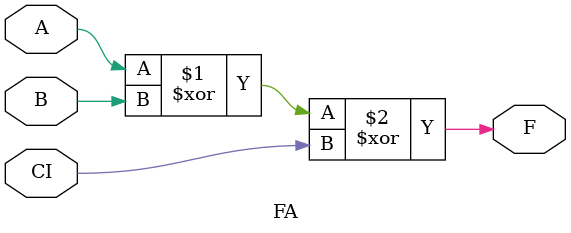
<source format=v>
`timescale 1ns / 1ps

module FA(F,A,B,CI);
input A,B,CI;
output F;
assign F=A^B^CI; 
endmodule

</source>
